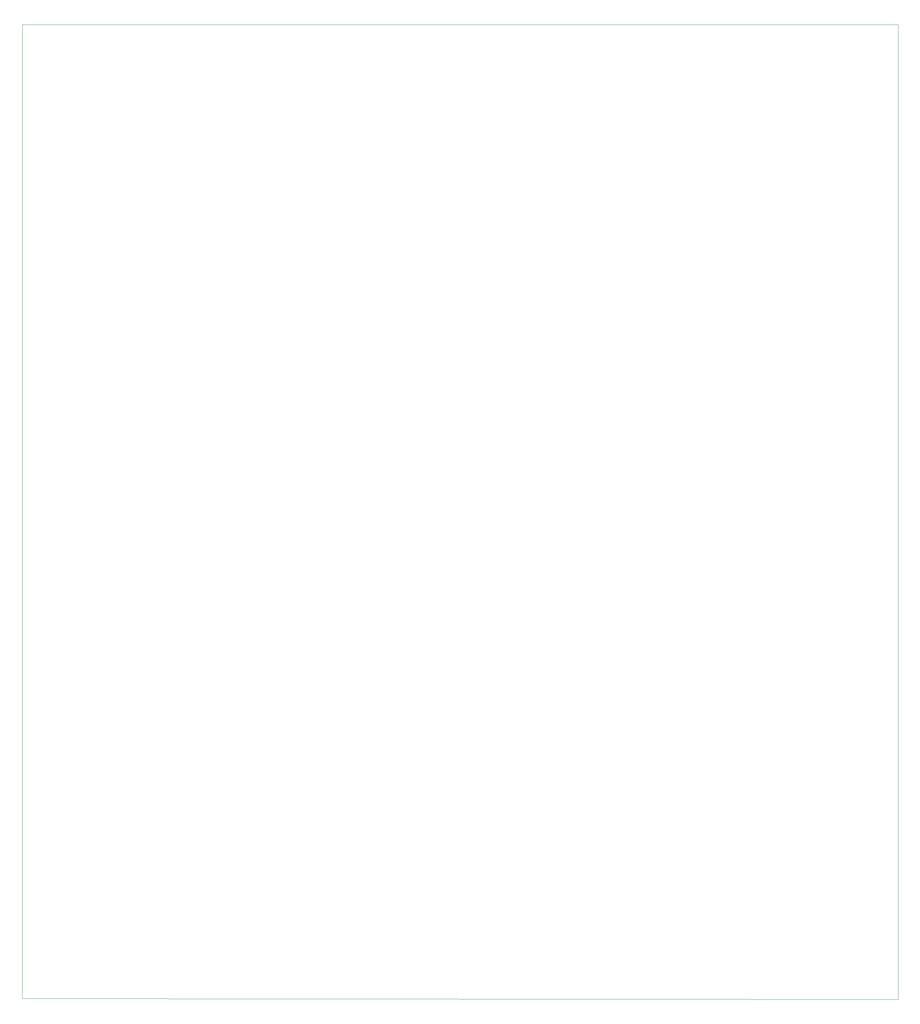
<source format=gm1>
G04 #@! TF.GenerationSoftware,KiCad,Pcbnew,(5.1.2)-1*
G04 #@! TF.CreationDate,2020-08-24T12:41:58-07:00*
G04 #@! TF.ProjectId,relayBoard,72656c61-7942-46f6-9172-642e6b696361,rev?*
G04 #@! TF.SameCoordinates,Original*
G04 #@! TF.FileFunction,Profile,NP*
%FSLAX46Y46*%
G04 Gerber Fmt 4.6, Leading zero omitted, Abs format (unit mm)*
G04 Created by KiCad (PCBNEW (5.1.2)-1) date 2020-08-24 12:41:58*
%MOMM*%
%LPD*%
G04 APERTURE LIST*
%ADD10C,0.100000*%
G04 APERTURE END LIST*
D10*
X235458000Y-185166000D02*
X14732000Y-184912000D01*
X14732000Y-184912000D02*
X14732000Y60452000D01*
X14732000Y60452000D02*
X235458000Y60452000D01*
X235458000Y60452000D02*
X235458000Y-185166000D01*
M02*

</source>
